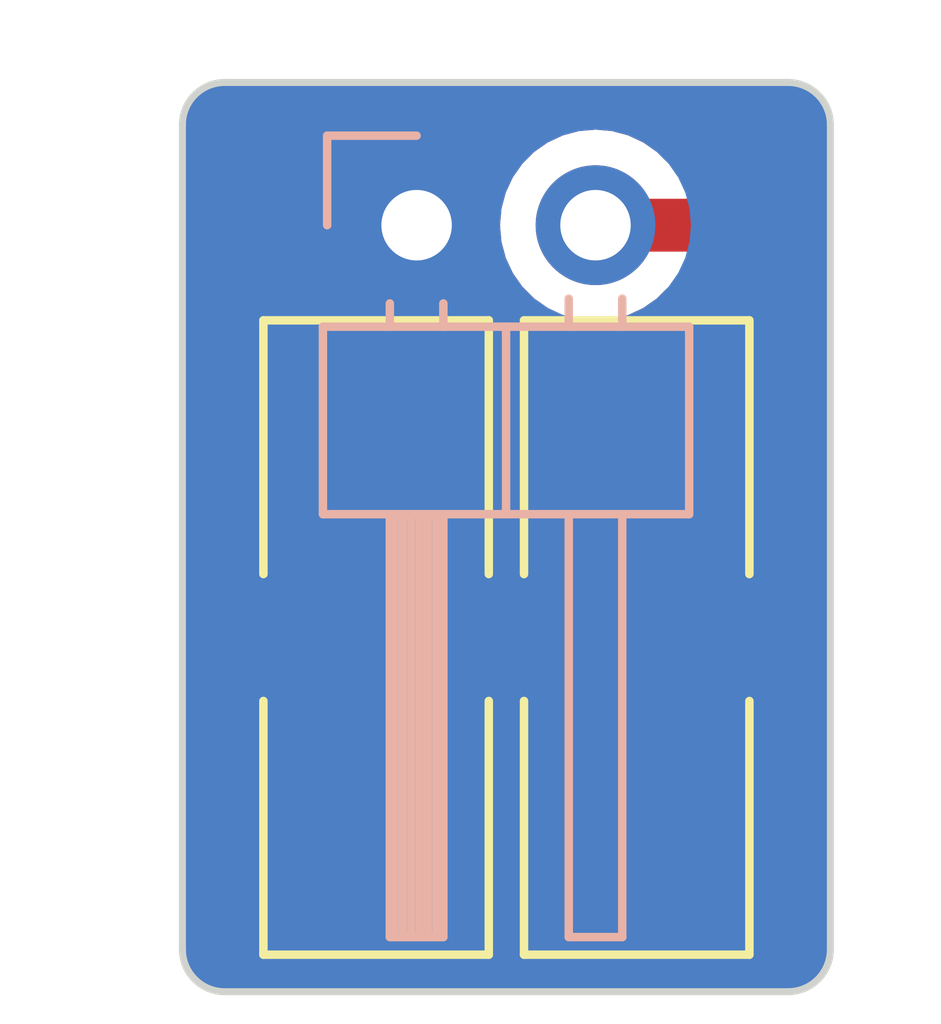
<source format=kicad_pcb>
(kicad_pcb (version 20221018) (generator pcbnew)
  (layers (0 "F.Cu" signal) (31 "B.Cu" signal) (34 "B.Paste" user) (35 "F.Paste" user) (36 "B.SilkS" user "B.Silkscreen") (37 "F.SilkS" user "F.Silkscreen") (38 "B.Mask" user) (39 "F.Mask" user) (44 "Edge.Cuts" user))
  (net 0 "")
  (net 1 "GND")
  (net 2 "+3V3")
  (footprint "2024l1:led2835" (layer "F.Cu") (at 150.35 104.175 -90)
    (fp_text reference "D4" hide)
    (fp_text value "LED")
    (fp_line (start -2.2 -1.6) (end -2.2 1.6) (stroke (width 0.12)) (layer "F.SilkS"))
    (fp_line (start 1.4 -1.6) (end -2.2 -1.6) (stroke (width 0.12)) (layer "F.SilkS"))
    (fp_line (start 1.4 1.6) (end -2.2 1.6) (stroke (width 0.12)) (layer "F.SilkS"))
    (pad "1" smd rect (at -0.9 0 270) (size 2.2 2.2) (layers "F.Cu" "F.Paste" "F.Mask") (net 1 "GND"))
    (pad "2" smd rect (at 1.375 0 270) (size 1.25 2.2) (layers "F.Cu" "F.Paste" "F.Mask") (net 2 "+3V3"))
  )
  (footprint "2024l1:led2835" (layer "F.Cu") (at 146.65 108.775 90)
    (fp_text reference "D2" hide)
    (fp_text value "LED")
    (fp_line (start -2.2 -1.6) (end -2.2 1.6) (stroke (width 0.12)) (layer "F.SilkS"))
    (fp_line (start 1.4 -1.6) (end -2.2 -1.6) (stroke (width 0.12)) (layer "F.SilkS"))
    (fp_line (start 1.4 1.6) (end -2.2 1.6) (stroke (width 0.12)) (layer "F.SilkS"))
    (pad "1" smd rect (at -0.9 0 90) (size 2.2 2.2) (layers "F.Cu" "F.Paste" "F.Mask") (net 1 "GND"))
    (pad "2" smd rect (at 1.375 0 90) (size 1.25 2.2) (layers "F.Cu" "F.Paste" "F.Mask") (net 2 "+3V3"))
  )
  (footprint "2024l1:led2835" (layer "F.Cu") (at 150.35 108.775 90)
    (fp_text reference "D1" hide)
    (fp_text value "LED")
    (fp_line (start -2.2 -1.6) (end -2.2 1.6) (stroke (width 0.12)) (layer "F.SilkS"))
    (fp_line (start 1.4 -1.6) (end -2.2 -1.6) (stroke (width 0.12)) (layer "F.SilkS"))
    (fp_line (start 1.4 1.6) (end -2.2 1.6) (stroke (width 0.12)) (layer "F.SilkS"))
    (pad "1" smd rect (at -0.9 0 90) (size 2.2 2.2) (layers "F.Cu" "F.Paste" "F.Mask") (net 1 "GND"))
    (pad "2" smd rect (at 1.375 0 90) (size 1.25 2.2) (layers "F.Cu" "F.Paste" "F.Mask") (net 2 "+3V3"))
  )
  (footprint "2024l1:led2835" (layer "F.Cu") (at 146.65 104.175 -90)
    (fp_text reference "D3" hide)
    (fp_text value "LED")
    (fp_line (start -2.2 -1.6) (end -2.2 1.6) (stroke (width 0.12)) (layer "F.SilkS"))
    (fp_line (start 1.4 -1.6) (end -2.2 -1.6) (stroke (width 0.12)) (layer "F.SilkS"))
    (fp_line (start 1.4 1.6) (end -2.2 1.6) (stroke (width 0.12)) (layer "F.SilkS"))
    (pad "1" smd rect (at -0.9 0 270) (size 2.2 2.2) (layers "F.Cu" "F.Paste" "F.Mask") (net 1 "GND"))
    (pad "2" smd rect (at 1.375 0 270) (size 1.25 2.2) (layers "F.Cu" "F.Paste" "F.Mask") (net 2 "+3V3"))
  )
  (footprint "Connector_PinHeader_2.54mm:PinHeader_1x02_P2.54mm_Horizontal" (layer "B.Cu") (at 147.225 100.625 -90)
    (fp_text reference "J1" hide)
    (fp_text value "Conn_01x02")
    (fp_line (start -1.27 0) (end -1.27 1.27) (stroke (width 0.12)) (layer "B.SilkS"))
    (fp_line (start -1.27 1.27) (end 0 1.27) (stroke (width 0.12)) (layer "B.SilkS"))
    (fp_line (start 1.042929 -2.92) (end 1.44 -2.92) (stroke (width 0.12)) (layer "B.SilkS"))
    (fp_line (start 1.042929 -2.16) (end 1.44 -2.16) (stroke (width 0.12)) (layer "B.SilkS"))
    (fp_line (start 1.11 -0.38) (end 1.44 -0.38) (stroke (width 0.12)) (layer "B.SilkS"))
    (fp_line (start 1.11 0.38) (end 1.44 0.38) (stroke (width 0.12)) (layer "B.SilkS"))
    (fp_line (start 1.44 -3.87) (end 4.1 -3.87) (stroke (width 0.12)) (layer "B.SilkS"))
    (fp_line (start 1.44 -1.27) (end 4.1 -1.27) (stroke (width 0.12)) (layer "B.SilkS"))
    (fp_line (start 1.44 1.33) (end 1.44 -3.87) (stroke (width 0.12)) (layer "B.SilkS"))
    (fp_line (start 4.1 -3.87) (end 4.1 1.33) (stroke (width 0.12)) (layer "B.SilkS"))
    (fp_line (start 4.1 -2.16) (end 10.1 -2.16) (stroke (width 0.12)) (layer "B.SilkS"))
    (fp_line (start 4.1 -0.28) (end 10.1 -0.28) (stroke (width 0.12)) (layer "B.SilkS"))
    (fp_line (start 4.1 -0.16) (end 10.1 -0.16) (stroke (width 0.12)) (layer "B.SilkS"))
    (fp_line (start 4.1 -0.04) (end 10.1 -0.04) (stroke (width 0.12)) (layer "B.SilkS"))
    (fp_line (start 4.1 0.08) (end 10.1 0.08) (stroke (width 0.12)) (layer "B.SilkS"))
    (fp_line (start 4.1 0.2) (end 10.1 0.2) (stroke (width 0.12)) (layer "B.SilkS"))
    (fp_line (start 4.1 0.32) (end 10.1 0.32) (stroke (width 0.12)) (layer "B.SilkS"))
    (fp_line (start 4.1 0.38) (end 10.1 0.38) (stroke (width 0.12)) (layer "B.SilkS"))
    (fp_line (start 4.1 1.33) (end 1.44 1.33) (stroke (width 0.12)) (layer "B.SilkS"))
    (fp_line (start 10.1 -2.92) (end 4.1 -2.92) (stroke (width 0.12)) (layer "B.SilkS"))
    (fp_line (start 10.1 -2.16) (end 10.1 -2.92) (stroke (width 0.12)) (layer "B.SilkS"))
    (fp_line (start 10.1 -0.38) (end 4.1 -0.38) (stroke (width 0.12)) (layer "B.SilkS"))
    (fp_line (start 10.1 0.38) (end 10.1 -0.38) (stroke (width 0.12)) (layer "B.SilkS"))
    (pad "1" thru_hole rect (at 0 0 270) (size 1.7 1.7) (drill 1) (layers "*.Cu" "*.Mask") (net 1 "GND"))
    (pad "2" thru_hole oval (at 0 -2.54 270) (size 1.7 1.7) (drill 1) (layers "*.Cu" "*.Mask") (net 2 "+3V3"))
  )
  (gr_line (start 144.5 111.5) (end 152.5 111.5) (stroke (width 0.1)) (layer "Edge.Cuts"))
  (gr_arc (start 152.5 98.6) (mid 152.924264 98.775736) (end 153.1 99.2) (stroke (width 0.1)) (layer "Edge.Cuts"))
  (gr_arc (start 144.5 111.5) (mid 144.075736 111.324264) (end 143.9 110.9) (stroke (width 0.1)) (layer "Edge.Cuts"))
  (gr_arc (start 153.1 110.9) (mid 152.924264 111.324264) (end 152.5 111.5) (stroke (width 0.1)) (layer "Edge.Cuts"))
  (gr_line (start 143.9 99.2) (end 143.9 110.9) (stroke (width 0.1)) (layer "Edge.Cuts"))
  (gr_arc (start 143.9 99.2) (mid 144.075736 98.775736) (end 144.5 98.6) (stroke (width 0.1)) (layer "Edge.Cuts"))
  (gr_line (start 153.1 99.2) (end 153.1 110.9) (stroke (width 0.1)) (layer "Edge.Cuts"))
  (gr_line (start 144.5 98.6) (end 152.5 98.6) (stroke (width 0.1)) (layer "Edge.Cuts"))
  (segment (start 152.55 101.45) (end 152.55 105.15) (width 0.75) (layer "F.Cu") (net 2))
  (segment (start 152.15 105.55) (end 150.35 105.55) (width 0.75) (layer "F.Cu") (net 2))
  (segment (start 151.725 100.625) (end 152.55 101.45) (width 0.75) (layer "F.Cu") (net 2))
  (segment (start 149.765 100.625) (end 151.725 100.625) (width 0.75) (layer "F.Cu") (net 2))
  (segment (start 152.55 105.15) (end 152.15 105.55) (width 0.75) (layer "F.Cu") (net 2))
  (zone (net 2) (net_name "+3V3") (layer "F.Cu") (priority 1) (connect_pads yes (clearance 0.2)) (min_thickness 0.2) (fill yes (thermal_gap 0.5) (thermal_bridge_width 0.5) (smoothing fillet) (radius 0.2))
    (polygon (pts (xy 145 104.65) (xy 152 104.65) (xy 152 108.35) (xy 145 108.35)))
  )
  (zone (net 1) (net_name "GND") (layers "F&B.Cu") (connect_pads yes (clearance 0.5)) (min_thickness 0.25) (fill yes (thermal_gap 0.5) (thermal_bridge_width 0.5) (smoothing fillet))
    (polygon (pts (xy 141.31 97.47) (xy 154.69 97.43) (xy 154.69 111.93) (xy 141.31 111.97)))
  )
)
</source>
